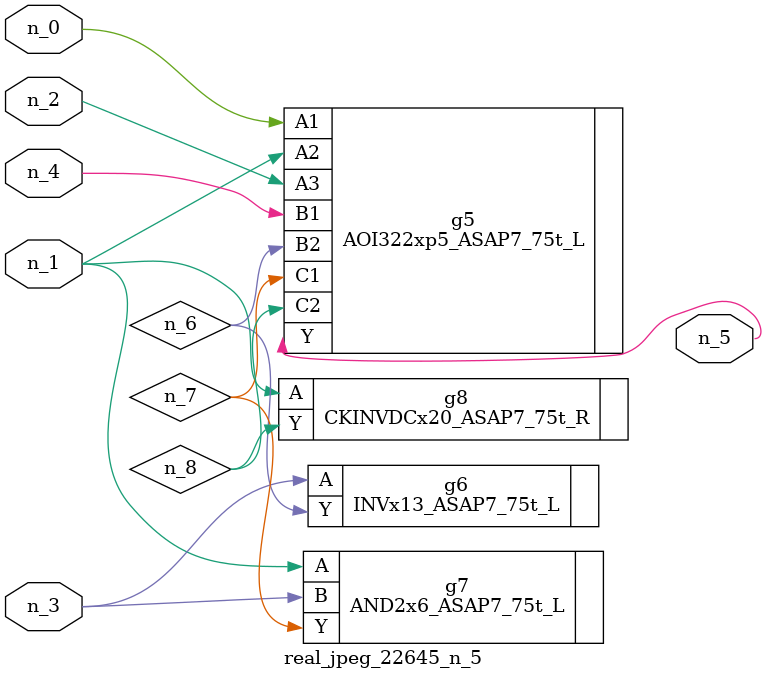
<source format=v>
module real_jpeg_22645_n_5 (n_4, n_0, n_1, n_2, n_3, n_5);

input n_4;
input n_0;
input n_1;
input n_2;
input n_3;

output n_5;

wire n_8;
wire n_6;
wire n_7;

AOI322xp5_ASAP7_75t_L g5 ( 
.A1(n_0),
.A2(n_1),
.A3(n_2),
.B1(n_4),
.B2(n_6),
.C1(n_7),
.C2(n_8),
.Y(n_5)
);

AND2x6_ASAP7_75t_L g7 ( 
.A(n_1),
.B(n_3),
.Y(n_7)
);

CKINVDCx20_ASAP7_75t_R g8 ( 
.A(n_1),
.Y(n_8)
);

INVx13_ASAP7_75t_L g6 ( 
.A(n_3),
.Y(n_6)
);


endmodule
</source>
